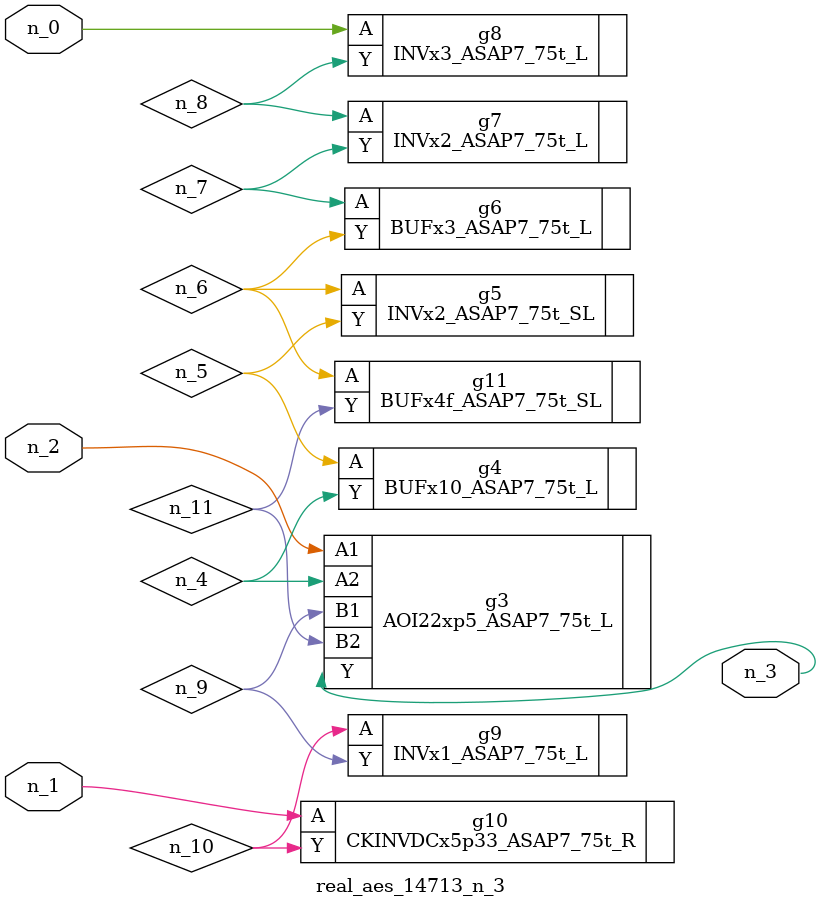
<source format=v>
module real_aes_14713_n_3 (n_0, n_2, n_1, n_3);
input n_0;
input n_2;
input n_1;
output n_3;
wire n_4;
wire n_5;
wire n_7;
wire n_9;
wire n_6;
wire n_8;
wire n_10;
wire n_11;
INVx3_ASAP7_75t_L g8 ( .A(n_0), .Y(n_8) );
CKINVDCx5p33_ASAP7_75t_R g10 ( .A(n_1), .Y(n_10) );
AOI22xp5_ASAP7_75t_L g3 ( .A1(n_2), .A2(n_4), .B1(n_9), .B2(n_11), .Y(n_3) );
BUFx10_ASAP7_75t_L g4 ( .A(n_5), .Y(n_4) );
INVx2_ASAP7_75t_SL g5 ( .A(n_6), .Y(n_5) );
BUFx4f_ASAP7_75t_SL g11 ( .A(n_6), .Y(n_11) );
BUFx3_ASAP7_75t_L g6 ( .A(n_7), .Y(n_6) );
INVx2_ASAP7_75t_L g7 ( .A(n_8), .Y(n_7) );
INVx1_ASAP7_75t_L g9 ( .A(n_10), .Y(n_9) );
endmodule
</source>
